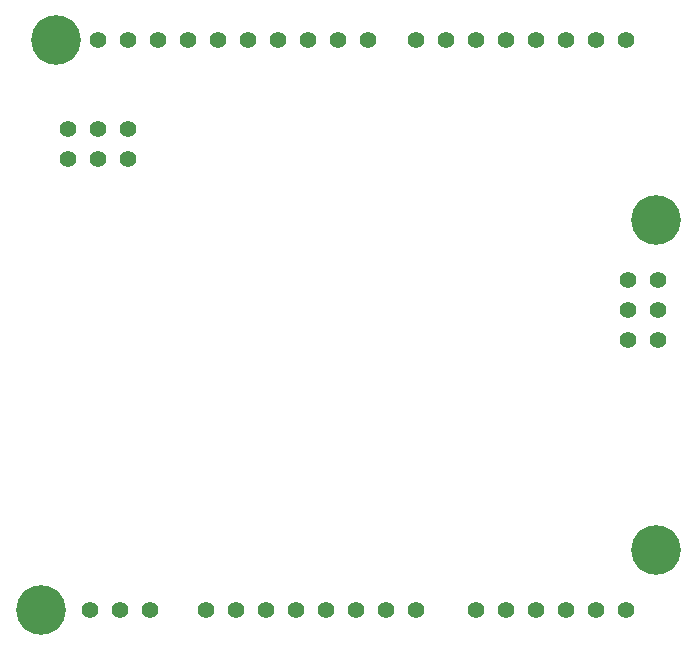
<source format=gbs>
%TF.GenerationSoftware,KiCad,Pcbnew,9.0.6*%
%TF.CreationDate,2025-11-05T04:43:16-08:00*%
%TF.ProjectId,D1R32InterfaceShield,44315233-3249-46e7-9465-726661636553,1.0*%
%TF.SameCoordinates,Original*%
%TF.FileFunction,Soldermask,Bot*%
%TF.FilePolarity,Negative*%
%FSLAX46Y46*%
G04 Gerber Fmt 4.6, Leading zero omitted, Abs format (unit mm)*
G04 Created by KiCad (PCBNEW 9.0.6) date 2025-11-05 04:43:16*
%MOMM*%
%LPD*%
G01*
G04 APERTURE LIST*
%ADD10C,1.422000*%
%ADD11C,4.199890*%
G04 APERTURE END LIST*
D10*
%TO.C,U8*%
X139595000Y-127750000D03*
X142135000Y-127750000D03*
X144675000Y-127750000D03*
%TD*%
%TO.C,U5*%
X185161990Y-99805010D03*
X187701990Y-99805010D03*
X185161990Y-102345010D03*
X187701990Y-102345010D03*
X185161990Y-104885010D03*
X187701990Y-104885010D03*
%TD*%
D11*
%TO.C,H1*%
X187580000Y-94710010D03*
%TD*%
D10*
%TO.C,U7*%
X167259990Y-79470010D03*
X169799990Y-79470010D03*
X172339990Y-79470010D03*
X174879990Y-79470010D03*
X177419990Y-79470010D03*
X179959990Y-79470010D03*
X182499990Y-79470010D03*
X185039990Y-79470010D03*
%TD*%
%TO.C,U6*%
X140336000Y-79470000D03*
X142876000Y-79470000D03*
X145416000Y-79470000D03*
X147956000Y-79470000D03*
X150496000Y-79470000D03*
X153036000Y-79470000D03*
X155576000Y-79470000D03*
X158116000Y-79470000D03*
X160656000Y-79470000D03*
X163196000Y-79470000D03*
%TD*%
D11*
%TO.C,H4*%
X135510000Y-127730000D03*
%TD*%
D10*
%TO.C,U3*%
X172340000Y-127730000D03*
X174880000Y-127730000D03*
X177420000Y-127730000D03*
X179960000Y-127730000D03*
X182500000Y-127730000D03*
X185040000Y-127730000D03*
%TD*%
%TO.C,U2*%
X149480000Y-127730000D03*
X152020000Y-127730000D03*
X154560000Y-127730000D03*
X157100000Y-127730000D03*
X159640000Y-127730000D03*
X162180000Y-127730000D03*
X164720000Y-127730000D03*
X167260000Y-127730000D03*
%TD*%
D11*
%TO.C,H2*%
X136779990Y-79470010D03*
%TD*%
D10*
%TO.C,U4*%
X142876000Y-87039200D03*
X142876000Y-89579200D03*
X140336000Y-87039200D03*
X140336000Y-89579200D03*
X137796000Y-87039200D03*
X137796000Y-89579200D03*
%TD*%
D11*
%TO.C,H3*%
X187580000Y-122650000D03*
%TD*%
M02*

</source>
